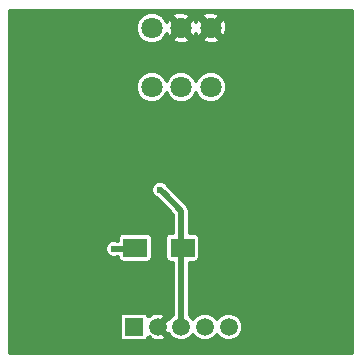
<source format=gbl>
G04 #@! TF.FileFunction,Copper,L2,Bot,Signal*
%FSLAX46Y46*%
G04 Gerber Fmt 4.6, Leading zero omitted, Abs format (unit mm)*
G04 Created by KiCad (PCBNEW 4.0.4-1.fc24-product) date Mon Jan 15 10:04:33 2018*
%MOMM*%
%LPD*%
G01*
G04 APERTURE LIST*
%ADD10C,0.100000*%
%ADD11R,1.500000X1.500000*%
%ADD12C,1.500000*%
%ADD13C,1.800000*%
%ADD14R,2.000000X1.600000*%
%ADD15C,0.600000*%
%ADD16C,0.500000*%
%ADD17C,0.300000*%
G04 APERTURE END LIST*
D10*
D11*
X151000000Y-77300000D03*
D12*
X153000000Y-77300000D03*
X155000000Y-77300000D03*
X157000000Y-77300000D03*
X159000000Y-77300000D03*
D13*
X157500000Y-52000000D03*
X155000000Y-52000000D03*
X152500000Y-52000000D03*
X157500000Y-57000000D03*
X155000000Y-57000000D03*
X152500000Y-57000000D03*
D14*
X151100000Y-70600000D03*
X155100000Y-70600000D03*
D15*
X149300004Y-70700000D03*
X153200000Y-65700000D03*
X147199996Y-76800000D03*
X143900006Y-67400000D03*
D16*
X151000000Y-70700000D02*
X149300004Y-70700000D01*
X155000000Y-77300000D02*
X155000000Y-70700000D01*
X155000000Y-70700000D02*
X155100000Y-70600000D01*
X153499999Y-65999999D02*
X153200000Y-65700000D01*
X155000000Y-70700000D02*
X155000000Y-67500000D01*
X155000000Y-67500000D02*
X153499999Y-65999999D01*
D17*
G36*
X169475000Y-79475000D02*
X140525000Y-79475000D01*
X140525000Y-76550000D01*
X149791184Y-76550000D01*
X149791184Y-78050000D01*
X149822562Y-78216760D01*
X149921117Y-78369919D01*
X150071495Y-78472668D01*
X150250000Y-78508816D01*
X151750000Y-78508816D01*
X151916760Y-78477438D01*
X152069919Y-78378883D01*
X152172668Y-78228505D01*
X152177668Y-78203816D01*
X152242993Y-78269141D01*
X152327658Y-78184476D01*
X152407617Y-78370540D01*
X152862388Y-78515745D01*
X153338108Y-78475864D01*
X153592383Y-78370540D01*
X153672343Y-78184475D01*
X153000000Y-77512132D01*
X152985858Y-77526275D01*
X152773726Y-77314143D01*
X152787868Y-77300000D01*
X152773726Y-77285858D01*
X152985858Y-77073726D01*
X153000000Y-77087868D01*
X153672343Y-76415525D01*
X153592383Y-76229460D01*
X153137612Y-76084255D01*
X152661892Y-76124136D01*
X152407617Y-76229460D01*
X152327658Y-76415524D01*
X152242993Y-76330859D01*
X152179524Y-76394328D01*
X152177438Y-76383240D01*
X152078883Y-76230081D01*
X151928505Y-76127332D01*
X151750000Y-76091184D01*
X150250000Y-76091184D01*
X150083240Y-76122562D01*
X149930081Y-76221117D01*
X149827332Y-76371495D01*
X149791184Y-76550000D01*
X140525000Y-76550000D01*
X140525000Y-70848530D01*
X148549874Y-70848530D01*
X148663815Y-71124286D01*
X148874609Y-71335448D01*
X149150165Y-71449869D01*
X149448534Y-71450130D01*
X149569857Y-71400000D01*
X149641184Y-71400000D01*
X149672562Y-71566760D01*
X149771117Y-71719919D01*
X149921495Y-71822668D01*
X150100000Y-71858816D01*
X152100000Y-71858816D01*
X152266760Y-71827438D01*
X152419919Y-71728883D01*
X152522668Y-71578505D01*
X152558816Y-71400000D01*
X152558816Y-69800000D01*
X152527438Y-69633240D01*
X152428883Y-69480081D01*
X152278505Y-69377332D01*
X152100000Y-69341184D01*
X150100000Y-69341184D01*
X149933240Y-69372562D01*
X149780081Y-69471117D01*
X149677332Y-69621495D01*
X149641184Y-69800000D01*
X149641184Y-70000000D01*
X149569941Y-70000000D01*
X149449843Y-69950131D01*
X149151474Y-69949870D01*
X148875718Y-70063811D01*
X148664556Y-70274605D01*
X148550135Y-70550161D01*
X148549874Y-70848530D01*
X140525000Y-70848530D01*
X140525000Y-65848530D01*
X152449870Y-65848530D01*
X152563811Y-66124286D01*
X152774605Y-66335448D01*
X152895839Y-66385789D01*
X154300000Y-67789950D01*
X154300000Y-69341184D01*
X154100000Y-69341184D01*
X153933240Y-69372562D01*
X153780081Y-69471117D01*
X153677332Y-69621495D01*
X153641184Y-69800000D01*
X153641184Y-71400000D01*
X153672562Y-71566760D01*
X153771117Y-71719919D01*
X153921495Y-71822668D01*
X154100000Y-71858816D01*
X154300000Y-71858816D01*
X154300000Y-76303203D01*
X153983283Y-76619367D01*
X153965400Y-76662434D01*
X153884475Y-76627657D01*
X153212132Y-77300000D01*
X153884475Y-77972343D01*
X153965091Y-77937699D01*
X153982097Y-77978857D01*
X154319367Y-78316717D01*
X154760258Y-78499791D01*
X155237647Y-78500207D01*
X155678857Y-78317903D01*
X156000265Y-77997057D01*
X156319367Y-78316717D01*
X156760258Y-78499791D01*
X157237647Y-78500207D01*
X157678857Y-78317903D01*
X158000265Y-77997057D01*
X158319367Y-78316717D01*
X158760258Y-78499791D01*
X159237647Y-78500207D01*
X159678857Y-78317903D01*
X160016717Y-77980633D01*
X160199791Y-77539742D01*
X160200207Y-77062353D01*
X160017903Y-76621143D01*
X159680633Y-76283283D01*
X159239742Y-76100209D01*
X158762353Y-76099793D01*
X158321143Y-76282097D01*
X157999735Y-76602943D01*
X157680633Y-76283283D01*
X157239742Y-76100209D01*
X156762353Y-76099793D01*
X156321143Y-76282097D01*
X155999735Y-76602943D01*
X155700000Y-76302684D01*
X155700000Y-71858816D01*
X156100000Y-71858816D01*
X156266760Y-71827438D01*
X156419919Y-71728883D01*
X156522668Y-71578505D01*
X156558816Y-71400000D01*
X156558816Y-69800000D01*
X156527438Y-69633240D01*
X156428883Y-69480081D01*
X156278505Y-69377332D01*
X156100000Y-69341184D01*
X155700000Y-69341184D01*
X155700000Y-67500005D01*
X155700001Y-67500000D01*
X155646716Y-67232121D01*
X155494975Y-67005025D01*
X153885849Y-65395899D01*
X153836189Y-65275714D01*
X153625395Y-65064552D01*
X153349839Y-64950131D01*
X153051470Y-64949870D01*
X152775714Y-65063811D01*
X152564552Y-65274605D01*
X152450131Y-65550161D01*
X152449870Y-65848530D01*
X140525000Y-65848530D01*
X140525000Y-57267353D01*
X151149766Y-57267353D01*
X151354858Y-57763715D01*
X151734288Y-58143807D01*
X152230290Y-58349765D01*
X152767353Y-58350234D01*
X153263715Y-58145142D01*
X153643807Y-57765712D01*
X153750007Y-57509955D01*
X153854858Y-57763715D01*
X154234288Y-58143807D01*
X154730290Y-58349765D01*
X155267353Y-58350234D01*
X155763715Y-58145142D01*
X156143807Y-57765712D01*
X156250007Y-57509955D01*
X156354858Y-57763715D01*
X156734288Y-58143807D01*
X157230290Y-58349765D01*
X157767353Y-58350234D01*
X158263715Y-58145142D01*
X158643807Y-57765712D01*
X158849765Y-57269710D01*
X158850234Y-56732647D01*
X158645142Y-56236285D01*
X158265712Y-55856193D01*
X157769710Y-55650235D01*
X157232647Y-55649766D01*
X156736285Y-55854858D01*
X156356193Y-56234288D01*
X156249993Y-56490045D01*
X156145142Y-56236285D01*
X155765712Y-55856193D01*
X155269710Y-55650235D01*
X154732647Y-55649766D01*
X154236285Y-55854858D01*
X153856193Y-56234288D01*
X153749993Y-56490045D01*
X153645142Y-56236285D01*
X153265712Y-55856193D01*
X152769710Y-55650235D01*
X152232647Y-55649766D01*
X151736285Y-55854858D01*
X151356193Y-56234288D01*
X151150235Y-56730290D01*
X151149766Y-57267353D01*
X140525000Y-57267353D01*
X140525000Y-52267353D01*
X151149766Y-52267353D01*
X151354858Y-52763715D01*
X151734288Y-53143807D01*
X152230290Y-53349765D01*
X152767353Y-53350234D01*
X153263715Y-53145142D01*
X153415625Y-52993496D01*
X154218636Y-52993496D01*
X154317116Y-53195105D01*
X154826444Y-53365462D01*
X155362196Y-53327939D01*
X155682884Y-53195105D01*
X155781364Y-52993496D01*
X156718636Y-52993496D01*
X156817116Y-53195105D01*
X157326444Y-53365462D01*
X157862196Y-53327939D01*
X158182884Y-53195105D01*
X158281364Y-52993496D01*
X157500000Y-52212132D01*
X156718636Y-52993496D01*
X155781364Y-52993496D01*
X155000000Y-52212132D01*
X154218636Y-52993496D01*
X153415625Y-52993496D01*
X153643807Y-52765712D01*
X153741626Y-52530139D01*
X153804895Y-52682884D01*
X154006504Y-52781364D01*
X154787868Y-52000000D01*
X155212132Y-52000000D01*
X155993496Y-52781364D01*
X156195105Y-52682884D01*
X156244153Y-52536241D01*
X156304895Y-52682884D01*
X156506504Y-52781364D01*
X157287868Y-52000000D01*
X157712132Y-52000000D01*
X158493496Y-52781364D01*
X158695105Y-52682884D01*
X158865462Y-52173556D01*
X158827939Y-51637804D01*
X158695105Y-51317116D01*
X158493496Y-51218636D01*
X157712132Y-52000000D01*
X157287868Y-52000000D01*
X156506504Y-51218636D01*
X156304895Y-51317116D01*
X156255847Y-51463759D01*
X156195105Y-51317116D01*
X155993496Y-51218636D01*
X155212132Y-52000000D01*
X154787868Y-52000000D01*
X154006504Y-51218636D01*
X153804895Y-51317116D01*
X153748369Y-51486115D01*
X153645142Y-51236285D01*
X153415762Y-51006504D01*
X154218636Y-51006504D01*
X155000000Y-51787868D01*
X155781364Y-51006504D01*
X156718636Y-51006504D01*
X157500000Y-51787868D01*
X158281364Y-51006504D01*
X158182884Y-50804895D01*
X157673556Y-50634538D01*
X157137804Y-50672061D01*
X156817116Y-50804895D01*
X156718636Y-51006504D01*
X155781364Y-51006504D01*
X155682884Y-50804895D01*
X155173556Y-50634538D01*
X154637804Y-50672061D01*
X154317116Y-50804895D01*
X154218636Y-51006504D01*
X153415762Y-51006504D01*
X153265712Y-50856193D01*
X152769710Y-50650235D01*
X152232647Y-50649766D01*
X151736285Y-50854858D01*
X151356193Y-51234288D01*
X151150235Y-51730290D01*
X151149766Y-52267353D01*
X140525000Y-52267353D01*
X140525000Y-50525000D01*
X169475000Y-50525000D01*
X169475000Y-79475000D01*
X169475000Y-79475000D01*
G37*
X169475000Y-79475000D02*
X140525000Y-79475000D01*
X140525000Y-76550000D01*
X149791184Y-76550000D01*
X149791184Y-78050000D01*
X149822562Y-78216760D01*
X149921117Y-78369919D01*
X150071495Y-78472668D01*
X150250000Y-78508816D01*
X151750000Y-78508816D01*
X151916760Y-78477438D01*
X152069919Y-78378883D01*
X152172668Y-78228505D01*
X152177668Y-78203816D01*
X152242993Y-78269141D01*
X152327658Y-78184476D01*
X152407617Y-78370540D01*
X152862388Y-78515745D01*
X153338108Y-78475864D01*
X153592383Y-78370540D01*
X153672343Y-78184475D01*
X153000000Y-77512132D01*
X152985858Y-77526275D01*
X152773726Y-77314143D01*
X152787868Y-77300000D01*
X152773726Y-77285858D01*
X152985858Y-77073726D01*
X153000000Y-77087868D01*
X153672343Y-76415525D01*
X153592383Y-76229460D01*
X153137612Y-76084255D01*
X152661892Y-76124136D01*
X152407617Y-76229460D01*
X152327658Y-76415524D01*
X152242993Y-76330859D01*
X152179524Y-76394328D01*
X152177438Y-76383240D01*
X152078883Y-76230081D01*
X151928505Y-76127332D01*
X151750000Y-76091184D01*
X150250000Y-76091184D01*
X150083240Y-76122562D01*
X149930081Y-76221117D01*
X149827332Y-76371495D01*
X149791184Y-76550000D01*
X140525000Y-76550000D01*
X140525000Y-70848530D01*
X148549874Y-70848530D01*
X148663815Y-71124286D01*
X148874609Y-71335448D01*
X149150165Y-71449869D01*
X149448534Y-71450130D01*
X149569857Y-71400000D01*
X149641184Y-71400000D01*
X149672562Y-71566760D01*
X149771117Y-71719919D01*
X149921495Y-71822668D01*
X150100000Y-71858816D01*
X152100000Y-71858816D01*
X152266760Y-71827438D01*
X152419919Y-71728883D01*
X152522668Y-71578505D01*
X152558816Y-71400000D01*
X152558816Y-69800000D01*
X152527438Y-69633240D01*
X152428883Y-69480081D01*
X152278505Y-69377332D01*
X152100000Y-69341184D01*
X150100000Y-69341184D01*
X149933240Y-69372562D01*
X149780081Y-69471117D01*
X149677332Y-69621495D01*
X149641184Y-69800000D01*
X149641184Y-70000000D01*
X149569941Y-70000000D01*
X149449843Y-69950131D01*
X149151474Y-69949870D01*
X148875718Y-70063811D01*
X148664556Y-70274605D01*
X148550135Y-70550161D01*
X148549874Y-70848530D01*
X140525000Y-70848530D01*
X140525000Y-65848530D01*
X152449870Y-65848530D01*
X152563811Y-66124286D01*
X152774605Y-66335448D01*
X152895839Y-66385789D01*
X154300000Y-67789950D01*
X154300000Y-69341184D01*
X154100000Y-69341184D01*
X153933240Y-69372562D01*
X153780081Y-69471117D01*
X153677332Y-69621495D01*
X153641184Y-69800000D01*
X153641184Y-71400000D01*
X153672562Y-71566760D01*
X153771117Y-71719919D01*
X153921495Y-71822668D01*
X154100000Y-71858816D01*
X154300000Y-71858816D01*
X154300000Y-76303203D01*
X153983283Y-76619367D01*
X153965400Y-76662434D01*
X153884475Y-76627657D01*
X153212132Y-77300000D01*
X153884475Y-77972343D01*
X153965091Y-77937699D01*
X153982097Y-77978857D01*
X154319367Y-78316717D01*
X154760258Y-78499791D01*
X155237647Y-78500207D01*
X155678857Y-78317903D01*
X156000265Y-77997057D01*
X156319367Y-78316717D01*
X156760258Y-78499791D01*
X157237647Y-78500207D01*
X157678857Y-78317903D01*
X158000265Y-77997057D01*
X158319367Y-78316717D01*
X158760258Y-78499791D01*
X159237647Y-78500207D01*
X159678857Y-78317903D01*
X160016717Y-77980633D01*
X160199791Y-77539742D01*
X160200207Y-77062353D01*
X160017903Y-76621143D01*
X159680633Y-76283283D01*
X159239742Y-76100209D01*
X158762353Y-76099793D01*
X158321143Y-76282097D01*
X157999735Y-76602943D01*
X157680633Y-76283283D01*
X157239742Y-76100209D01*
X156762353Y-76099793D01*
X156321143Y-76282097D01*
X155999735Y-76602943D01*
X155700000Y-76302684D01*
X155700000Y-71858816D01*
X156100000Y-71858816D01*
X156266760Y-71827438D01*
X156419919Y-71728883D01*
X156522668Y-71578505D01*
X156558816Y-71400000D01*
X156558816Y-69800000D01*
X156527438Y-69633240D01*
X156428883Y-69480081D01*
X156278505Y-69377332D01*
X156100000Y-69341184D01*
X155700000Y-69341184D01*
X155700000Y-67500005D01*
X155700001Y-67500000D01*
X155646716Y-67232121D01*
X155494975Y-67005025D01*
X153885849Y-65395899D01*
X153836189Y-65275714D01*
X153625395Y-65064552D01*
X153349839Y-64950131D01*
X153051470Y-64949870D01*
X152775714Y-65063811D01*
X152564552Y-65274605D01*
X152450131Y-65550161D01*
X152449870Y-65848530D01*
X140525000Y-65848530D01*
X140525000Y-57267353D01*
X151149766Y-57267353D01*
X151354858Y-57763715D01*
X151734288Y-58143807D01*
X152230290Y-58349765D01*
X152767353Y-58350234D01*
X153263715Y-58145142D01*
X153643807Y-57765712D01*
X153750007Y-57509955D01*
X153854858Y-57763715D01*
X154234288Y-58143807D01*
X154730290Y-58349765D01*
X155267353Y-58350234D01*
X155763715Y-58145142D01*
X156143807Y-57765712D01*
X156250007Y-57509955D01*
X156354858Y-57763715D01*
X156734288Y-58143807D01*
X157230290Y-58349765D01*
X157767353Y-58350234D01*
X158263715Y-58145142D01*
X158643807Y-57765712D01*
X158849765Y-57269710D01*
X158850234Y-56732647D01*
X158645142Y-56236285D01*
X158265712Y-55856193D01*
X157769710Y-55650235D01*
X157232647Y-55649766D01*
X156736285Y-55854858D01*
X156356193Y-56234288D01*
X156249993Y-56490045D01*
X156145142Y-56236285D01*
X155765712Y-55856193D01*
X155269710Y-55650235D01*
X154732647Y-55649766D01*
X154236285Y-55854858D01*
X153856193Y-56234288D01*
X153749993Y-56490045D01*
X153645142Y-56236285D01*
X153265712Y-55856193D01*
X152769710Y-55650235D01*
X152232647Y-55649766D01*
X151736285Y-55854858D01*
X151356193Y-56234288D01*
X151150235Y-56730290D01*
X151149766Y-57267353D01*
X140525000Y-57267353D01*
X140525000Y-52267353D01*
X151149766Y-52267353D01*
X151354858Y-52763715D01*
X151734288Y-53143807D01*
X152230290Y-53349765D01*
X152767353Y-53350234D01*
X153263715Y-53145142D01*
X153415625Y-52993496D01*
X154218636Y-52993496D01*
X154317116Y-53195105D01*
X154826444Y-53365462D01*
X155362196Y-53327939D01*
X155682884Y-53195105D01*
X155781364Y-52993496D01*
X156718636Y-52993496D01*
X156817116Y-53195105D01*
X157326444Y-53365462D01*
X157862196Y-53327939D01*
X158182884Y-53195105D01*
X158281364Y-52993496D01*
X157500000Y-52212132D01*
X156718636Y-52993496D01*
X155781364Y-52993496D01*
X155000000Y-52212132D01*
X154218636Y-52993496D01*
X153415625Y-52993496D01*
X153643807Y-52765712D01*
X153741626Y-52530139D01*
X153804895Y-52682884D01*
X154006504Y-52781364D01*
X154787868Y-52000000D01*
X155212132Y-52000000D01*
X155993496Y-52781364D01*
X156195105Y-52682884D01*
X156244153Y-52536241D01*
X156304895Y-52682884D01*
X156506504Y-52781364D01*
X157287868Y-52000000D01*
X157712132Y-52000000D01*
X158493496Y-52781364D01*
X158695105Y-52682884D01*
X158865462Y-52173556D01*
X158827939Y-51637804D01*
X158695105Y-51317116D01*
X158493496Y-51218636D01*
X157712132Y-52000000D01*
X157287868Y-52000000D01*
X156506504Y-51218636D01*
X156304895Y-51317116D01*
X156255847Y-51463759D01*
X156195105Y-51317116D01*
X155993496Y-51218636D01*
X155212132Y-52000000D01*
X154787868Y-52000000D01*
X154006504Y-51218636D01*
X153804895Y-51317116D01*
X153748369Y-51486115D01*
X153645142Y-51236285D01*
X153415762Y-51006504D01*
X154218636Y-51006504D01*
X155000000Y-51787868D01*
X155781364Y-51006504D01*
X156718636Y-51006504D01*
X157500000Y-51787868D01*
X158281364Y-51006504D01*
X158182884Y-50804895D01*
X157673556Y-50634538D01*
X157137804Y-50672061D01*
X156817116Y-50804895D01*
X156718636Y-51006504D01*
X155781364Y-51006504D01*
X155682884Y-50804895D01*
X155173556Y-50634538D01*
X154637804Y-50672061D01*
X154317116Y-50804895D01*
X154218636Y-51006504D01*
X153415762Y-51006504D01*
X153265712Y-50856193D01*
X152769710Y-50650235D01*
X152232647Y-50649766D01*
X151736285Y-50854858D01*
X151356193Y-51234288D01*
X151150235Y-51730290D01*
X151149766Y-52267353D01*
X140525000Y-52267353D01*
X140525000Y-50525000D01*
X169475000Y-50525000D01*
X169475000Y-79475000D01*
M02*

</source>
